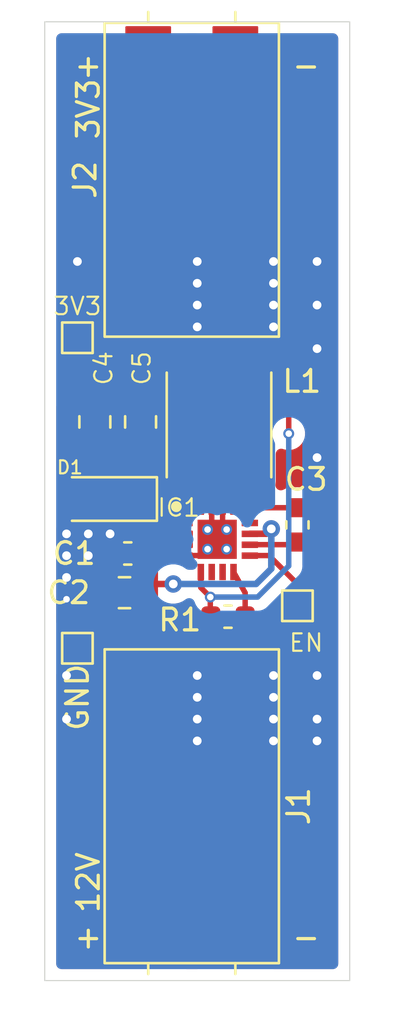
<source format=kicad_pcb>
(kicad_pcb (version 20171130) (host pcbnew "(5.1.4)-1")

  (general
    (thickness 1.6)
    (drawings 10)
    (tracks 122)
    (zones 0)
    (modules 14)
    (nets 11)
  )

  (page A4)
  (layers
    (0 F.Cu signal)
    (31 B.Cu signal)
    (32 B.Adhes user)
    (33 F.Adhes user)
    (34 B.Paste user)
    (35 F.Paste user)
    (36 B.SilkS user)
    (37 F.SilkS user)
    (38 B.Mask user)
    (39 F.Mask user)
    (40 Dwgs.User user)
    (41 Cmts.User user)
    (42 Eco1.User user)
    (43 Eco2.User user)
    (44 Edge.Cuts user)
    (45 Margin user)
    (46 B.CrtYd user)
    (47 F.CrtYd user)
    (48 B.Fab user)
    (49 F.Fab user)
  )

  (setup
    (last_trace_width 1)
    (user_trace_width 0.2)
    (user_trace_width 1)
    (trace_clearance 0.2)
    (zone_clearance 0.5)
    (zone_45_only no)
    (trace_min 0.2)
    (via_size 0.8)
    (via_drill 0.4)
    (via_min_size 0.4)
    (via_min_drill 0.3)
    (user_via 0.5 0.3)
    (uvia_size 0.3)
    (uvia_drill 0.1)
    (uvias_allowed no)
    (uvia_min_size 0.2)
    (uvia_min_drill 0.1)
    (edge_width 0.05)
    (segment_width 0.2)
    (pcb_text_width 0.3)
    (pcb_text_size 1.5 1.5)
    (mod_edge_width 0.12)
    (mod_text_size 1 1)
    (mod_text_width 0.15)
    (pad_size 1.524 1.524)
    (pad_drill 0.762)
    (pad_to_mask_clearance 0.051)
    (solder_mask_min_width 0.25)
    (aux_axis_origin 0 0)
    (visible_elements FFFFFF7F)
    (pcbplotparams
      (layerselection 0x010fc_ffffffff)
      (usegerberextensions false)
      (usegerberattributes false)
      (usegerberadvancedattributes false)
      (creategerberjobfile false)
      (excludeedgelayer true)
      (linewidth 0.100000)
      (plotframeref false)
      (viasonmask false)
      (mode 1)
      (useauxorigin false)
      (hpglpennumber 1)
      (hpglpenspeed 20)
      (hpglpendiameter 15.000000)
      (psnegative false)
      (psa4output false)
      (plotreference true)
      (plotvalue true)
      (plotinvisibletext false)
      (padsonsilk false)
      (subtractmaskfromsilk false)
      (outputformat 1)
      (mirror false)
      (drillshape 1)
      (scaleselection 1)
      (outputdirectory ""))
  )

  (net 0 "")
  (net 1 GND)
  (net 2 +12V)
  (net 3 "Net-(C3-Pad2)")
  (net 4 "Net-(C3-Pad1)")
  (net 5 +3V3)
  (net 6 "Net-(IC1-Pad14)")
  (net 7 "Net-(IC1-Pad6)")
  (net 8 "Net-(IC1-Pad7)")
  (net 9 "Net-(IC1-Pad8)")
  (net 10 "Net-(IC1-Pad9)")

  (net_class Default "This is the default net class."
    (clearance 0.2)
    (trace_width 0.25)
    (via_dia 0.8)
    (via_drill 0.4)
    (uvia_dia 0.3)
    (uvia_drill 0.1)
    (add_net +12V)
    (add_net +3V3)
    (add_net GND)
    (add_net "Net-(C3-Pad1)")
    (add_net "Net-(C3-Pad2)")
    (add_net "Net-(IC1-Pad14)")
    (add_net "Net-(IC1-Pad6)")
    (add_net "Net-(IC1-Pad7)")
    (add_net "Net-(IC1-Pad8)")
    (add_net "Net-(IC1-Pad9)")
  )

  (module JanSquare:QFN50P300X300X100-17N-D (layer F.Cu) (tedit 5E1F5C92) (tstamp 5E1FE6A0)
    (at 135.415 87.25)
    (descr TS30013-M033QFNR)
    (tags "Integrated Circuit")
    (path /5E2028EC)
    (attr smd)
    (fp_text reference IC1 (at -1.765 -1.45) (layer F.SilkS)
      (effects (font (size 0.8 0.8) (thickness 0.1)))
    )
    (fp_text value TS30013-M033QFNR (at 0 0) (layer F.SilkS) hide
      (effects (font (size 1.27 1.27) (thickness 0.254)))
    )
    (fp_text user %R (at 0 0) (layer F.Fab)
      (effects (font (size 1.27 1.27) (thickness 0.254)))
    )
    (fp_line (start -2.125 -2.125) (end 2.125 -2.125) (layer F.CrtYd) (width 0.05))
    (fp_line (start 2.125 -2.125) (end 2.125 2.125) (layer F.CrtYd) (width 0.05))
    (fp_line (start 2.125 2.125) (end -2.125 2.125) (layer F.CrtYd) (width 0.05))
    (fp_line (start -2.125 2.125) (end -2.125 -2.125) (layer F.CrtYd) (width 0.05))
    (fp_line (start -1.5 -1.5) (end 1.5 -1.5) (layer F.Fab) (width 0.1))
    (fp_line (start 1.5 -1.5) (end 1.5 1.5) (layer F.Fab) (width 0.1))
    (fp_line (start 1.5 1.5) (end -1.5 1.5) (layer F.Fab) (width 0.1))
    (fp_line (start -1.5 1.5) (end -1.5 -1.5) (layer F.Fab) (width 0.1))
    (fp_line (start -1.5 -1) (end -1 -1.5) (layer F.Fab) (width 0.1))
    (fp_circle (center -1.875 -1.5) (end -1.875 -1.375) (layer F.SilkS) (width 0.25))
    (pad 1 smd rect (at -1.5 -0.75 90) (size 0.3 0.75) (layers F.Cu F.Paste F.Mask)
      (net 4 "Net-(C3-Pad1)"))
    (pad 2 smd rect (at -1.5 -0.25 90) (size 0.3 0.75) (layers F.Cu F.Paste F.Mask)
      (net 2 +12V))
    (pad 3 smd rect (at -1.5 0.25 90) (size 0.3 0.75) (layers F.Cu F.Paste F.Mask)
      (net 2 +12V))
    (pad 4 smd rect (at -1.5 0.75 90) (size 0.3 0.75) (layers F.Cu F.Paste F.Mask)
      (net 6 "Net-(IC1-Pad14)"))
    (pad 5 smd rect (at -0.75 1.5) (size 0.3 0.75) (layers F.Cu F.Paste F.Mask)
      (net 5 +3V3))
    (pad 6 smd rect (at -0.25 1.5) (size 0.3 0.75) (layers F.Cu F.Paste F.Mask)
      (net 7 "Net-(IC1-Pad6)"))
    (pad 7 smd rect (at 0.25 1.5) (size 0.3 0.75) (layers F.Cu F.Paste F.Mask)
      (net 8 "Net-(IC1-Pad7)"))
    (pad 8 smd rect (at 0.75 1.5) (size 0.3 0.75) (layers F.Cu F.Paste F.Mask)
      (net 9 "Net-(IC1-Pad8)"))
    (pad 9 smd rect (at 1.5 0.75 90) (size 0.3 0.75) (layers F.Cu F.Paste F.Mask)
      (net 10 "Net-(IC1-Pad9)"))
    (pad 10 smd rect (at 1.5 0.25 90) (size 0.3 0.75) (layers F.Cu F.Paste F.Mask)
      (net 3 "Net-(C3-Pad2)"))
    (pad 11 smd rect (at 1.5 -0.25 90) (size 0.3 0.75) (layers F.Cu F.Paste F.Mask)
      (net 2 +12V))
    (pad 12 smd rect (at 1.5 -0.75 90) (size 0.3 0.75) (layers F.Cu F.Paste F.Mask)
      (net 4 "Net-(C3-Pad1)"))
    (pad 13 smd rect (at 0.75 -1.5) (size 0.3 0.75) (layers F.Cu F.Paste F.Mask)
      (net 4 "Net-(C3-Pad1)"))
    (pad 14 smd rect (at 0.25 -1.5) (size 0.3 0.75) (layers F.Cu F.Paste F.Mask)
      (net 6 "Net-(IC1-Pad14)"))
    (pad 15 smd rect (at -0.25 -1.5) (size 0.3 0.75) (layers F.Cu F.Paste F.Mask)
      (net 6 "Net-(IC1-Pad14)"))
    (pad 16 smd rect (at -0.75 -1.5) (size 0.3 0.75) (layers F.Cu F.Paste F.Mask)
      (net 4 "Net-(C3-Pad1)"))
    (pad 17 smd rect (at 0 0) (size 1.8 1.8) (layers F.Cu F.Paste F.Mask)
      (net 6 "Net-(IC1-Pad14)"))
    (model C:/Users/marlo/Documents/GitHub/KiCAD-Libs/JanSquare.pretty/3Dmodels/TS30013-M033QFNR.step
      (at (xyz 0 0 0))
      (scale (xyz 1 1 1))
      (rotate (xyz 0 0 0))
    )
  )

  (module TestPoint:TestPoint_Pad_1.0x1.0mm (layer F.Cu) (tedit 5A0F774F) (tstamp 5E1FB409)
    (at 139.1 90.3)
    (descr "SMD rectangular pad as test Point, square 1.0mm side length")
    (tags "test point SMD pad rectangle square")
    (path /5E2234AD)
    (attr virtual)
    (fp_text reference EN (at 0.4 1.7) (layer F.SilkS)
      (effects (font (size 0.8 0.8) (thickness 0.1)))
    )
    (fp_text value TestPoint (at 0 1.55) (layer F.Fab)
      (effects (font (size 1 1) (thickness 0.15)))
    )
    (fp_line (start 1 1) (end -1 1) (layer F.CrtYd) (width 0.05))
    (fp_line (start 1 1) (end 1 -1) (layer F.CrtYd) (width 0.05))
    (fp_line (start -1 -1) (end -1 1) (layer F.CrtYd) (width 0.05))
    (fp_line (start -1 -1) (end 1 -1) (layer F.CrtYd) (width 0.05))
    (fp_line (start -0.7 0.7) (end -0.7 -0.7) (layer F.SilkS) (width 0.12))
    (fp_line (start 0.7 0.7) (end -0.7 0.7) (layer F.SilkS) (width 0.12))
    (fp_line (start 0.7 -0.7) (end 0.7 0.7) (layer F.SilkS) (width 0.12))
    (fp_line (start -0.7 -0.7) (end 0.7 -0.7) (layer F.SilkS) (width 0.12))
    (fp_text user %R (at 0 -1.45) (layer F.Fab)
      (effects (font (size 1 1) (thickness 0.15)))
    )
    (pad 1 smd rect (at 0 0) (size 1 1) (layers F.Cu F.Mask)
      (net 10 "Net-(IC1-Pad9)"))
  )

  (module TestPoint:TestPoint_Pad_1.0x1.0mm (layer F.Cu) (tedit 5A0F774F) (tstamp 5E1FD0DA)
    (at 129 78)
    (descr "SMD rectangular pad as test Point, square 1.0mm side length")
    (tags "test point SMD pad rectangle square")
    (path /5E22A43D)
    (attr virtual)
    (fp_text reference 3V3 (at 0 -1.448) (layer F.SilkS)
      (effects (font (size 0.8 0.8) (thickness 0.1)))
    )
    (fp_text value TestPoint (at 0 1.55) (layer F.Fab)
      (effects (font (size 1 1) (thickness 0.15)))
    )
    (fp_line (start 1 1) (end -1 1) (layer F.CrtYd) (width 0.05))
    (fp_line (start 1 1) (end 1 -1) (layer F.CrtYd) (width 0.05))
    (fp_line (start -1 -1) (end -1 1) (layer F.CrtYd) (width 0.05))
    (fp_line (start -1 -1) (end 1 -1) (layer F.CrtYd) (width 0.05))
    (fp_line (start -0.7 0.7) (end -0.7 -0.7) (layer F.SilkS) (width 0.12))
    (fp_line (start 0.7 0.7) (end -0.7 0.7) (layer F.SilkS) (width 0.12))
    (fp_line (start 0.7 -0.7) (end 0.7 0.7) (layer F.SilkS) (width 0.12))
    (fp_line (start -0.7 -0.7) (end 0.7 -0.7) (layer F.SilkS) (width 0.12))
    (fp_text user %R (at 0 -1.45) (layer F.Fab)
      (effects (font (size 1 1) (thickness 0.15)))
    )
    (pad 1 smd rect (at 0 0) (size 1 1) (layers F.Cu F.Mask)
      (net 5 +3V3))
  )

  (module TestPoint:TestPoint_Pad_1.0x1.0mm (layer F.Cu) (tedit 5A0F774F) (tstamp 5E1FD0CC)
    (at 129 92.25)
    (descr "SMD rectangular pad as test Point, square 1.0mm side length")
    (tags "test point SMD pad rectangle square")
    (path /5E22BB14)
    (attr virtual)
    (fp_text reference GND (at 0 2.25 90) (layer F.SilkS)
      (effects (font (size 1 1) (thickness 0.15)))
    )
    (fp_text value TestPoint (at 0 1.55) (layer F.Fab)
      (effects (font (size 1 1) (thickness 0.15)))
    )
    (fp_line (start 1 1) (end -1 1) (layer F.CrtYd) (width 0.05))
    (fp_line (start 1 1) (end 1 -1) (layer F.CrtYd) (width 0.05))
    (fp_line (start -1 -1) (end -1 1) (layer F.CrtYd) (width 0.05))
    (fp_line (start -1 -1) (end 1 -1) (layer F.CrtYd) (width 0.05))
    (fp_line (start -0.7 0.7) (end -0.7 -0.7) (layer F.SilkS) (width 0.12))
    (fp_line (start 0.7 0.7) (end -0.7 0.7) (layer F.SilkS) (width 0.12))
    (fp_line (start 0.7 -0.7) (end 0.7 0.7) (layer F.SilkS) (width 0.12))
    (fp_line (start -0.7 -0.7) (end 0.7 -0.7) (layer F.SilkS) (width 0.12))
    (fp_text user %R (at 0 -1.45) (layer F.Fab)
      (effects (font (size 1 1) (thickness 0.15)))
    )
    (pad 1 smd rect (at 0 0) (size 1 1) (layers F.Cu F.Mask)
      (net 1 GND))
  )

  (module JanSquare:WAGO_2060-452-998-404 (layer F.Cu) (tedit 5DF579C2) (tstamp 5E1FDE0E)
    (at 134.25 70.75 270)
    (path /5E22D820)
    (attr smd)
    (fp_text reference J2 (at 0 4.9 90) (layer F.SilkS)
      (effects (font (size 1 1) (thickness 0.15)))
    )
    (fp_text value Screw_Terminal_01x02 (at 0 -5.8 90) (layer F.Fab) hide
      (effects (font (size 1 1) (thickness 0.15)))
    )
    (fp_line (start 7.2 4) (end -7.2 4) (layer F.SilkS) (width 0.12))
    (fp_poly (pts (xy 3.7 1.2) (xy 6.8 1.2) (xy 6.8 2.8) (xy 3.7 2.8)) (layer F.Paste) (width 0.1))
    (fp_poly (pts (xy 6.8 -2.8) (xy 3.7 -2.8) (xy 3.7 -1.2) (xy 6.8 -1.2)) (layer F.Paste) (width 0.1))
    (fp_poly (pts (xy -6.8 1.2) (xy -6.8 2.8) (xy -1.2 2.8) (xy -1.2 1.2)) (layer F.Paste) (width 0.1))
    (fp_poly (pts (xy -6.8 -2.8) (xy -1.2 -2.8) (xy -1.2 -1.2) (xy -6.8 -1.2)) (layer F.Paste) (width 0.1))
    (fp_poly (pts (xy 7 -3) (xy 3.5 -3) (xy 3.5 -1) (xy 7 -1)) (layer F.Mask) (width 0.1))
    (fp_poly (pts (xy -7 1) (xy -7 3) (xy -1 3) (xy -1 1)) (layer F.Mask) (width 0.1))
    (fp_poly (pts (xy 3.5 1) (xy 7 1) (xy 7 3) (xy 3.5 3)) (layer F.Mask) (width 0.1))
    (fp_poly (pts (xy -7 -1) (xy -7 -3) (xy -1 -3) (xy -1 -1)) (layer F.Mask) (width 0.1))
    (fp_poly (pts (xy 3.5 1.25) (xy -1 1.25) (xy -1 2.75) (xy 3.5 2.75)) (layer F.Cu) (width 0.1))
    (fp_poly (pts (xy 3.5 -1.25) (xy -1 -1.25) (xy -1 -2.75) (xy 3.5 -2.75)) (layer F.Cu) (width 0.1))
    (fp_line (start -7.2 2) (end -7.7 2) (layer F.SilkS) (width 0.12))
    (fp_line (start -7.2 -2) (end -7.7 -2) (layer F.SilkS) (width 0.12))
    (fp_line (start -7.2 4) (end -7.2 -4) (layer F.SilkS) (width 0.12))
    (fp_line (start 7.2 -4) (end -7.2 -4) (layer F.SilkS) (width 0.12))
    (fp_line (start 7.2 -4) (end 7.2 4) (layer F.SilkS) (width 0.12))
    (fp_poly (pts (xy 3.5 1) (xy 7 1) (xy 7 3) (xy 3.5 3)) (layer F.Cu) (width 0.1))
    (fp_poly (pts (xy 7 -3) (xy 3.5 -3) (xy 3.5 -1) (xy 7 -1)) (layer F.Cu) (width 0.1))
    (fp_poly (pts (xy -7 -1) (xy -7 -3) (xy -1 -3) (xy -1 -1)) (layer F.Cu) (width 0.1))
    (fp_poly (pts (xy -7 1) (xy -7 3) (xy -1 3) (xy -1 1)) (layer F.Cu) (width 0.1))
    (pad 2 smd circle (at 5.25 2 270) (size 1.524 1.524) (layers F.Cu F.Paste F.Mask)
      (net 5 +3V3))
    (pad 1 smd circle (at 5.25 -2 270) (size 1.524 1.524) (layers F.Cu F.Paste F.Mask)
      (net 1 GND))
    (model ${KIPRJMOD}/3D-Modells/2060-452_998-404.stp
      (offset (xyz -6.5 -4 0))
      (scale (xyz 1 1 1))
      (rotate (xyz -90 0 180))
    )
  )

  (module JanSquare:WAGO_2060-452-998-404 (layer F.Cu) (tedit 5DF579C2) (tstamp 5E1FD05C)
    (at 134.25 99.5 90)
    (path /5E22CA8A)
    (attr smd)
    (fp_text reference J1 (at 0 4.9 90) (layer F.SilkS)
      (effects (font (size 1 1) (thickness 0.15)))
    )
    (fp_text value Screw_Terminal_01x02 (at 0 -5.8 90) (layer F.Fab) hide
      (effects (font (size 1 1) (thickness 0.15)))
    )
    (fp_line (start 7.2 4) (end -7.2 4) (layer F.SilkS) (width 0.12))
    (fp_poly (pts (xy 3.7 1.2) (xy 6.8 1.2) (xy 6.8 2.8) (xy 3.7 2.8)) (layer F.Paste) (width 0.1))
    (fp_poly (pts (xy 6.8 -2.8) (xy 3.7 -2.8) (xy 3.7 -1.2) (xy 6.8 -1.2)) (layer F.Paste) (width 0.1))
    (fp_poly (pts (xy -6.8 1.2) (xy -6.8 2.8) (xy -1.2 2.8) (xy -1.2 1.2)) (layer F.Paste) (width 0.1))
    (fp_poly (pts (xy -6.8 -2.8) (xy -1.2 -2.8) (xy -1.2 -1.2) (xy -6.8 -1.2)) (layer F.Paste) (width 0.1))
    (fp_poly (pts (xy 7 -3) (xy 3.5 -3) (xy 3.5 -1) (xy 7 -1)) (layer F.Mask) (width 0.1))
    (fp_poly (pts (xy -7 1) (xy -7 3) (xy -1 3) (xy -1 1)) (layer F.Mask) (width 0.1))
    (fp_poly (pts (xy 3.5 1) (xy 7 1) (xy 7 3) (xy 3.5 3)) (layer F.Mask) (width 0.1))
    (fp_poly (pts (xy -7 -1) (xy -7 -3) (xy -1 -3) (xy -1 -1)) (layer F.Mask) (width 0.1))
    (fp_poly (pts (xy 3.5 1.25) (xy -1 1.25) (xy -1 2.75) (xy 3.5 2.75)) (layer F.Cu) (width 0.1))
    (fp_poly (pts (xy 3.5 -1.25) (xy -1 -1.25) (xy -1 -2.75) (xy 3.5 -2.75)) (layer F.Cu) (width 0.1))
    (fp_line (start -7.2 2) (end -7.7 2) (layer F.SilkS) (width 0.12))
    (fp_line (start -7.2 -2) (end -7.7 -2) (layer F.SilkS) (width 0.12))
    (fp_line (start -7.2 4) (end -7.2 -4) (layer F.SilkS) (width 0.12))
    (fp_line (start 7.2 -4) (end -7.2 -4) (layer F.SilkS) (width 0.12))
    (fp_line (start 7.2 -4) (end 7.2 4) (layer F.SilkS) (width 0.12))
    (fp_poly (pts (xy 3.5 1) (xy 7 1) (xy 7 3) (xy 3.5 3)) (layer F.Cu) (width 0.1))
    (fp_poly (pts (xy 7 -3) (xy 3.5 -3) (xy 3.5 -1) (xy 7 -1)) (layer F.Cu) (width 0.1))
    (fp_poly (pts (xy -7 -1) (xy -7 -3) (xy -1 -3) (xy -1 -1)) (layer F.Cu) (width 0.1))
    (fp_poly (pts (xy -7 1) (xy -7 3) (xy -1 3) (xy -1 1)) (layer F.Cu) (width 0.1))
    (pad 2 smd circle (at 5.25 2 90) (size 1.524 1.524) (layers F.Cu F.Paste F.Mask)
      (net 1 GND))
    (pad 1 smd circle (at 5.25 -2 90) (size 1.524 1.524) (layers F.Cu F.Paste F.Mask)
      (net 2 +12V))
    (model ${KIPRJMOD}/3D-Modells/2060-452_998-404.stp
      (offset (xyz -6.5 -4 0))
      (scale (xyz 1 1 1))
      (rotate (xyz -90 0 180))
    )
  )

  (module Resistor_SMD:R_0603_1608Metric (layer F.Cu) (tedit 5B301BBD) (tstamp 5E1FC0C0)
    (at 135.9125 90.8)
    (descr "Resistor SMD 0603 (1608 Metric), square (rectangular) end terminal, IPC_7351 nominal, (Body size source: http://www.tortai-tech.com/upload/download/2011102023233369053.pdf), generated with kicad-footprint-generator")
    (tags resistor)
    (path /5E220162)
    (attr smd)
    (fp_text reference R1 (at -2.2125 0.15) (layer F.SilkS)
      (effects (font (size 1 1) (thickness 0.15)))
    )
    (fp_text value 10k (at 0 1.43) (layer F.Fab)
      (effects (font (size 1 1) (thickness 0.15)))
    )
    (fp_text user %R (at 0 0) (layer F.Fab)
      (effects (font (size 0.4 0.4) (thickness 0.06)))
    )
    (fp_line (start 1.48 0.73) (end -1.48 0.73) (layer F.CrtYd) (width 0.05))
    (fp_line (start 1.48 -0.73) (end 1.48 0.73) (layer F.CrtYd) (width 0.05))
    (fp_line (start -1.48 -0.73) (end 1.48 -0.73) (layer F.CrtYd) (width 0.05))
    (fp_line (start -1.48 0.73) (end -1.48 -0.73) (layer F.CrtYd) (width 0.05))
    (fp_line (start -0.162779 0.51) (end 0.162779 0.51) (layer F.SilkS) (width 0.12))
    (fp_line (start -0.162779 -0.51) (end 0.162779 -0.51) (layer F.SilkS) (width 0.12))
    (fp_line (start 0.8 0.4) (end -0.8 0.4) (layer F.Fab) (width 0.1))
    (fp_line (start 0.8 -0.4) (end 0.8 0.4) (layer F.Fab) (width 0.1))
    (fp_line (start -0.8 -0.4) (end 0.8 -0.4) (layer F.Fab) (width 0.1))
    (fp_line (start -0.8 0.4) (end -0.8 -0.4) (layer F.Fab) (width 0.1))
    (pad 2 smd roundrect (at 0.7875 0) (size 0.875 0.95) (layers F.Cu F.Paste F.Mask) (roundrect_rratio 0.25)
      (net 9 "Net-(IC1-Pad8)"))
    (pad 1 smd roundrect (at -0.7875 0) (size 0.875 0.95) (layers F.Cu F.Paste F.Mask) (roundrect_rratio 0.25)
      (net 5 +3V3))
    (model ${KISYS3DMOD}/Resistor_SMD.3dshapes/R_0603_1608Metric.wrl
      (at (xyz 0 0 0))
      (scale (xyz 1 1 1))
      (rotate (xyz 0 0 0))
    )
  )

  (module JanSquare:L_BOURNS_4828A (layer F.Cu) (tedit 5E1F61D4) (tstamp 5E1FB3EA)
    (at 135.5 82)
    (path /5E2187CC)
    (fp_text reference L1 (at 3.8 -2) (layer F.SilkS)
      (effects (font (size 1 1) (thickness 0.15)))
    )
    (fp_text value 4.7uH (at 0 -0.5) (layer F.Fab)
      (effects (font (size 1 1) (thickness 0.15)))
    )
    (fp_line (start 2.4 -2.4) (end 2.4 2.4) (layer F.SilkS) (width 0.12))
    (fp_line (start -2.4 -2.4) (end -2.4 2.4) (layer F.SilkS) (width 0.12))
    (pad 2 smd rect (at 0 1.6) (size 4.2 2) (layers F.Cu F.Paste F.Mask)
      (net 4 "Net-(C3-Pad1)"))
    (pad 1 smd rect (at 0 -1.6) (size 4.2 2) (layers F.Cu F.Paste F.Mask)
      (net 5 +3V3))
  )

  (module Diode_SMD:D_SOD-123 (layer F.Cu) (tedit 58645DC7) (tstamp 5E1FB3C2)
    (at 130.4 85.4 180)
    (descr SOD-123)
    (tags SOD-123)
    (path /5E21DB0C)
    (attr smd)
    (fp_text reference D1 (at 1.75 1.45 180) (layer F.SilkS)
      (effects (font (size 0.6 0.6) (thickness 0.1)))
    )
    (fp_text value D_Schottky (at 0 2.1) (layer F.Fab)
      (effects (font (size 1 1) (thickness 0.15)))
    )
    (fp_line (start -2.25 -1) (end 1.65 -1) (layer F.SilkS) (width 0.12))
    (fp_line (start -2.25 1) (end 1.65 1) (layer F.SilkS) (width 0.12))
    (fp_line (start -2.35 -1.15) (end -2.35 1.15) (layer F.CrtYd) (width 0.05))
    (fp_line (start 2.35 1.15) (end -2.35 1.15) (layer F.CrtYd) (width 0.05))
    (fp_line (start 2.35 -1.15) (end 2.35 1.15) (layer F.CrtYd) (width 0.05))
    (fp_line (start -2.35 -1.15) (end 2.35 -1.15) (layer F.CrtYd) (width 0.05))
    (fp_line (start -1.4 -0.9) (end 1.4 -0.9) (layer F.Fab) (width 0.1))
    (fp_line (start 1.4 -0.9) (end 1.4 0.9) (layer F.Fab) (width 0.1))
    (fp_line (start 1.4 0.9) (end -1.4 0.9) (layer F.Fab) (width 0.1))
    (fp_line (start -1.4 0.9) (end -1.4 -0.9) (layer F.Fab) (width 0.1))
    (fp_line (start -0.75 0) (end -0.35 0) (layer F.Fab) (width 0.1))
    (fp_line (start -0.35 0) (end -0.35 -0.55) (layer F.Fab) (width 0.1))
    (fp_line (start -0.35 0) (end -0.35 0.55) (layer F.Fab) (width 0.1))
    (fp_line (start -0.35 0) (end 0.25 -0.4) (layer F.Fab) (width 0.1))
    (fp_line (start 0.25 -0.4) (end 0.25 0.4) (layer F.Fab) (width 0.1))
    (fp_line (start 0.25 0.4) (end -0.35 0) (layer F.Fab) (width 0.1))
    (fp_line (start 0.25 0) (end 0.75 0) (layer F.Fab) (width 0.1))
    (fp_line (start -2.25 -1) (end -2.25 1) (layer F.SilkS) (width 0.12))
    (fp_text user %R (at 0 -2) (layer F.Fab)
      (effects (font (size 1 1) (thickness 0.15)))
    )
    (pad 2 smd rect (at 1.65 0 180) (size 0.9 1.2) (layers F.Cu F.Paste F.Mask)
      (net 1 GND))
    (pad 1 smd rect (at -1.65 0 180) (size 0.9 1.2) (layers F.Cu F.Paste F.Mask)
      (net 4 "Net-(C3-Pad1)"))
    (model ${KISYS3DMOD}/Diode_SMD.3dshapes/D_SOD-123.wrl
      (at (xyz 0 0 0))
      (scale (xyz 1 1 1))
      (rotate (xyz 0 0 0))
    )
  )

  (module Capacitor_SMD:C_0805_2012Metric (layer F.Cu) (tedit 5B36C52B) (tstamp 5E1FB3A9)
    (at 131.9 81.8625 270)
    (descr "Capacitor SMD 0805 (2012 Metric), square (rectangular) end terminal, IPC_7351 nominal, (Body size source: https://docs.google.com/spreadsheets/d/1BsfQQcO9C6DZCsRaXUlFlo91Tg2WpOkGARC1WS5S8t0/edit?usp=sharing), generated with kicad-footprint-generator")
    (tags capacitor)
    (path /5E20E692)
    (attr smd)
    (fp_text reference C5 (at -2.4625 -0.05 90) (layer F.SilkS)
      (effects (font (size 0.8 0.8) (thickness 0.1)))
    )
    (fp_text value "22uF 10V" (at 0 1.65 90) (layer F.Fab)
      (effects (font (size 1 1) (thickness 0.15)))
    )
    (fp_text user %R (at 0 0 90) (layer F.Fab)
      (effects (font (size 0.5 0.5) (thickness 0.08)))
    )
    (fp_line (start 1.68 0.95) (end -1.68 0.95) (layer F.CrtYd) (width 0.05))
    (fp_line (start 1.68 -0.95) (end 1.68 0.95) (layer F.CrtYd) (width 0.05))
    (fp_line (start -1.68 -0.95) (end 1.68 -0.95) (layer F.CrtYd) (width 0.05))
    (fp_line (start -1.68 0.95) (end -1.68 -0.95) (layer F.CrtYd) (width 0.05))
    (fp_line (start -0.258578 0.71) (end 0.258578 0.71) (layer F.SilkS) (width 0.12))
    (fp_line (start -0.258578 -0.71) (end 0.258578 -0.71) (layer F.SilkS) (width 0.12))
    (fp_line (start 1 0.6) (end -1 0.6) (layer F.Fab) (width 0.1))
    (fp_line (start 1 -0.6) (end 1 0.6) (layer F.Fab) (width 0.1))
    (fp_line (start -1 -0.6) (end 1 -0.6) (layer F.Fab) (width 0.1))
    (fp_line (start -1 0.6) (end -1 -0.6) (layer F.Fab) (width 0.1))
    (pad 2 smd roundrect (at 0.9375 0 270) (size 0.975 1.4) (layers F.Cu F.Paste F.Mask) (roundrect_rratio 0.25)
      (net 1 GND))
    (pad 1 smd roundrect (at -0.9375 0 270) (size 0.975 1.4) (layers F.Cu F.Paste F.Mask) (roundrect_rratio 0.25)
      (net 5 +3V3))
    (model ${KISYS3DMOD}/Capacitor_SMD.3dshapes/C_0805_2012Metric.wrl
      (at (xyz 0 0 0))
      (scale (xyz 1 1 1))
      (rotate (xyz 0 0 0))
    )
  )

  (module Capacitor_SMD:C_0805_2012Metric (layer F.Cu) (tedit 5B36C52B) (tstamp 5E1FB398)
    (at 129.8 81.8625 270)
    (descr "Capacitor SMD 0805 (2012 Metric), square (rectangular) end terminal, IPC_7351 nominal, (Body size source: https://docs.google.com/spreadsheets/d/1BsfQQcO9C6DZCsRaXUlFlo91Tg2WpOkGARC1WS5S8t0/edit?usp=sharing), generated with kicad-footprint-generator")
    (tags capacitor)
    (path /5E20F2CD)
    (attr smd)
    (fp_text reference C4 (at -2.4625 -0.4 90) (layer F.SilkS)
      (effects (font (size 0.8 0.8) (thickness 0.1)))
    )
    (fp_text value "22uF 10V" (at 0 1.65 90) (layer F.Fab)
      (effects (font (size 1 1) (thickness 0.15)))
    )
    (fp_text user %R (at 0 0 90) (layer F.Fab)
      (effects (font (size 0.5 0.5) (thickness 0.08)))
    )
    (fp_line (start 1.68 0.95) (end -1.68 0.95) (layer F.CrtYd) (width 0.05))
    (fp_line (start 1.68 -0.95) (end 1.68 0.95) (layer F.CrtYd) (width 0.05))
    (fp_line (start -1.68 -0.95) (end 1.68 -0.95) (layer F.CrtYd) (width 0.05))
    (fp_line (start -1.68 0.95) (end -1.68 -0.95) (layer F.CrtYd) (width 0.05))
    (fp_line (start -0.258578 0.71) (end 0.258578 0.71) (layer F.SilkS) (width 0.12))
    (fp_line (start -0.258578 -0.71) (end 0.258578 -0.71) (layer F.SilkS) (width 0.12))
    (fp_line (start 1 0.6) (end -1 0.6) (layer F.Fab) (width 0.1))
    (fp_line (start 1 -0.6) (end 1 0.6) (layer F.Fab) (width 0.1))
    (fp_line (start -1 -0.6) (end 1 -0.6) (layer F.Fab) (width 0.1))
    (fp_line (start -1 0.6) (end -1 -0.6) (layer F.Fab) (width 0.1))
    (pad 2 smd roundrect (at 0.9375 0 270) (size 0.975 1.4) (layers F.Cu F.Paste F.Mask) (roundrect_rratio 0.25)
      (net 1 GND))
    (pad 1 smd roundrect (at -0.9375 0 270) (size 0.975 1.4) (layers F.Cu F.Paste F.Mask) (roundrect_rratio 0.25)
      (net 5 +3V3))
    (model ${KISYS3DMOD}/Capacitor_SMD.3dshapes/C_0805_2012Metric.wrl
      (at (xyz 0 0 0))
      (scale (xyz 1 1 1))
      (rotate (xyz 0 0 0))
    )
  )

  (module Capacitor_SMD:C_0603_1608Metric (layer F.Cu) (tedit 5B301BBE) (tstamp 5E1FB387)
    (at 139.1 86.5875 270)
    (descr "Capacitor SMD 0603 (1608 Metric), square (rectangular) end terminal, IPC_7351 nominal, (Body size source: http://www.tortai-tech.com/upload/download/2011102023233369053.pdf), generated with kicad-footprint-generator")
    (tags capacitor)
    (path /5E20BC72)
    (attr smd)
    (fp_text reference C3 (at -2.0875 -0.4 180) (layer F.SilkS)
      (effects (font (size 1 1) (thickness 0.15)))
    )
    (fp_text value "100nF 50V" (at 0 1.43 90) (layer F.Fab)
      (effects (font (size 1 1) (thickness 0.15)))
    )
    (fp_text user %R (at 0 0 90) (layer F.Fab)
      (effects (font (size 0.4 0.4) (thickness 0.06)))
    )
    (fp_line (start 1.48 0.73) (end -1.48 0.73) (layer F.CrtYd) (width 0.05))
    (fp_line (start 1.48 -0.73) (end 1.48 0.73) (layer F.CrtYd) (width 0.05))
    (fp_line (start -1.48 -0.73) (end 1.48 -0.73) (layer F.CrtYd) (width 0.05))
    (fp_line (start -1.48 0.73) (end -1.48 -0.73) (layer F.CrtYd) (width 0.05))
    (fp_line (start -0.162779 0.51) (end 0.162779 0.51) (layer F.SilkS) (width 0.12))
    (fp_line (start -0.162779 -0.51) (end 0.162779 -0.51) (layer F.SilkS) (width 0.12))
    (fp_line (start 0.8 0.4) (end -0.8 0.4) (layer F.Fab) (width 0.1))
    (fp_line (start 0.8 -0.4) (end 0.8 0.4) (layer F.Fab) (width 0.1))
    (fp_line (start -0.8 -0.4) (end 0.8 -0.4) (layer F.Fab) (width 0.1))
    (fp_line (start -0.8 0.4) (end -0.8 -0.4) (layer F.Fab) (width 0.1))
    (pad 2 smd roundrect (at 0.7875 0 270) (size 0.875 0.95) (layers F.Cu F.Paste F.Mask) (roundrect_rratio 0.25)
      (net 3 "Net-(C3-Pad2)"))
    (pad 1 smd roundrect (at -0.7875 0 270) (size 0.875 0.95) (layers F.Cu F.Paste F.Mask) (roundrect_rratio 0.25)
      (net 4 "Net-(C3-Pad1)"))
    (model ${KISYS3DMOD}/Capacitor_SMD.3dshapes/C_0603_1608Metric.wrl
      (at (xyz 0 0 0))
      (scale (xyz 1 1 1))
      (rotate (xyz 0 0 0))
    )
  )

  (module Capacitor_SMD:C_0805_2012Metric (layer F.Cu) (tedit 5B36C52B) (tstamp 5E1FB376)
    (at 131.1625 89.7 180)
    (descr "Capacitor SMD 0805 (2012 Metric), square (rectangular) end terminal, IPC_7351 nominal, (Body size source: https://docs.google.com/spreadsheets/d/1BsfQQcO9C6DZCsRaXUlFlo91Tg2WpOkGARC1WS5S8t0/edit?usp=sharing), generated with kicad-footprint-generator")
    (tags capacitor)
    (path /5E209882)
    (attr smd)
    (fp_text reference C2 (at 2.5625 0) (layer F.SilkS)
      (effects (font (size 1 1) (thickness 0.15)))
    )
    (fp_text value "10uF 35V" (at 0 1.65) (layer F.Fab)
      (effects (font (size 1 1) (thickness 0.15)))
    )
    (fp_text user %R (at 0 0) (layer F.Fab)
      (effects (font (size 0.5 0.5) (thickness 0.08)))
    )
    (fp_line (start 1.68 0.95) (end -1.68 0.95) (layer F.CrtYd) (width 0.05))
    (fp_line (start 1.68 -0.95) (end 1.68 0.95) (layer F.CrtYd) (width 0.05))
    (fp_line (start -1.68 -0.95) (end 1.68 -0.95) (layer F.CrtYd) (width 0.05))
    (fp_line (start -1.68 0.95) (end -1.68 -0.95) (layer F.CrtYd) (width 0.05))
    (fp_line (start -0.258578 0.71) (end 0.258578 0.71) (layer F.SilkS) (width 0.12))
    (fp_line (start -0.258578 -0.71) (end 0.258578 -0.71) (layer F.SilkS) (width 0.12))
    (fp_line (start 1 0.6) (end -1 0.6) (layer F.Fab) (width 0.1))
    (fp_line (start 1 -0.6) (end 1 0.6) (layer F.Fab) (width 0.1))
    (fp_line (start -1 -0.6) (end 1 -0.6) (layer F.Fab) (width 0.1))
    (fp_line (start -1 0.6) (end -1 -0.6) (layer F.Fab) (width 0.1))
    (pad 2 smd roundrect (at 0.9375 0 180) (size 0.975 1.4) (layers F.Cu F.Paste F.Mask) (roundrect_rratio 0.25)
      (net 1 GND))
    (pad 1 smd roundrect (at -0.9375 0 180) (size 0.975 1.4) (layers F.Cu F.Paste F.Mask) (roundrect_rratio 0.25)
      (net 2 +12V))
    (model ${KISYS3DMOD}/Capacitor_SMD.3dshapes/C_0805_2012Metric.wrl
      (at (xyz 0 0 0))
      (scale (xyz 1 1 1))
      (rotate (xyz 0 0 0))
    )
  )

  (module Capacitor_SMD:C_0603_1608Metric (layer F.Cu) (tedit 5B301BBE) (tstamp 5E1FB365)
    (at 131.3125 87.9 180)
    (descr "Capacitor SMD 0603 (1608 Metric), square (rectangular) end terminal, IPC_7351 nominal, (Body size source: http://www.tortai-tech.com/upload/download/2011102023233369053.pdf), generated with kicad-footprint-generator")
    (tags capacitor)
    (path /5E20A2F0)
    (attr smd)
    (fp_text reference C1 (at 2.4625 0) (layer F.SilkS)
      (effects (font (size 1 1) (thickness 0.15)))
    )
    (fp_text value "100nF 50V" (at 0 1.43) (layer F.Fab)
      (effects (font (size 1 1) (thickness 0.15)))
    )
    (fp_text user %R (at 0 0) (layer F.Fab)
      (effects (font (size 0.4 0.4) (thickness 0.06)))
    )
    (fp_line (start 1.48 0.73) (end -1.48 0.73) (layer F.CrtYd) (width 0.05))
    (fp_line (start 1.48 -0.73) (end 1.48 0.73) (layer F.CrtYd) (width 0.05))
    (fp_line (start -1.48 -0.73) (end 1.48 -0.73) (layer F.CrtYd) (width 0.05))
    (fp_line (start -1.48 0.73) (end -1.48 -0.73) (layer F.CrtYd) (width 0.05))
    (fp_line (start -0.162779 0.51) (end 0.162779 0.51) (layer F.SilkS) (width 0.12))
    (fp_line (start -0.162779 -0.51) (end 0.162779 -0.51) (layer F.SilkS) (width 0.12))
    (fp_line (start 0.8 0.4) (end -0.8 0.4) (layer F.Fab) (width 0.1))
    (fp_line (start 0.8 -0.4) (end 0.8 0.4) (layer F.Fab) (width 0.1))
    (fp_line (start -0.8 -0.4) (end 0.8 -0.4) (layer F.Fab) (width 0.1))
    (fp_line (start -0.8 0.4) (end -0.8 -0.4) (layer F.Fab) (width 0.1))
    (pad 2 smd roundrect (at 0.7875 0 180) (size 0.875 0.95) (layers F.Cu F.Paste F.Mask) (roundrect_rratio 0.25)
      (net 1 GND))
    (pad 1 smd roundrect (at -0.7875 0 180) (size 0.875 0.95) (layers F.Cu F.Paste F.Mask) (roundrect_rratio 0.25)
      (net 2 +12V))
    (model ${KISYS3DMOD}/Capacitor_SMD.3dshapes/C_0603_1608Metric.wrl
      (at (xyz 0 0 0))
      (scale (xyz 1 1 1))
      (rotate (xyz 0 0 0))
    )
  )

  (gr_text - (at 139.5 105.5) (layer F.SilkS)
    (effects (font (size 1 1) (thickness 0.15)))
  )
  (gr_text + (at 129.5 105.5) (layer F.SilkS)
    (effects (font (size 1 1) (thickness 0.15)))
  )
  (gr_text 12V (at 129.5 103 90) (layer F.SilkS)
    (effects (font (size 1 1) (thickness 0.15)))
  )
  (gr_text 3V3 (at 129.5 67.5 90) (layer F.SilkS)
    (effects (font (size 1 1) (thickness 0.15)))
  )
  (gr_text + (at 129.5 65.5) (layer F.SilkS)
    (effects (font (size 1 1) (thickness 0.15)))
  )
  (gr_text - (at 139.5 65.5) (layer F.SilkS)
    (effects (font (size 1 1) (thickness 0.15)))
  )
  (gr_line (start 127.5 107.5) (end 127.5 63.5) (layer Edge.Cuts) (width 0.05) (tstamp 5E1FE351))
  (gr_line (start 141.5 107.5) (end 127.5 107.5) (layer Edge.Cuts) (width 0.05))
  (gr_line (start 141.5 63.5) (end 141.5 107.5) (layer Edge.Cuts) (width 0.05))
  (gr_line (start 127.5 63.5) (end 141.5 63.5) (layer Edge.Cuts) (width 0.05))

  (via (at 134.5 93.5) (size 0.8) (drill 0.4) (layers F.Cu B.Cu) (net 1))
  (via (at 134.5 94.5) (size 0.8) (drill 0.4) (layers F.Cu B.Cu) (net 1))
  (via (at 134.5 95.5) (size 0.8) (drill 0.4) (layers F.Cu B.Cu) (net 1))
  (via (at 134.5 74.5) (size 0.8) (drill 0.4) (layers F.Cu B.Cu) (net 1))
  (via (at 129 74.5) (size 0.8) (drill 0.4) (layers F.Cu B.Cu) (net 1))
  (via (at 140 74.5) (size 0.8) (drill 0.4) (layers F.Cu B.Cu) (net 1))
  (via (at 140 83.5) (size 0.8) (drill 0.4) (layers F.Cu B.Cu) (net 1))
  (via (at 140 76.5) (size 0.8) (drill 0.4) (layers F.Cu B.Cu) (net 1))
  (via (at 140 78.5) (size 0.8) (drill 0.4) (layers F.Cu B.Cu) (net 1))
  (via (at 140 96.5) (size 0.8) (drill 0.4) (layers F.Cu B.Cu) (net 1))
  (via (at 140 93.5) (size 0.8) (drill 0.4) (layers F.Cu B.Cu) (net 1))
  (via (at 140 95.5) (size 0.8) (drill 0.4) (layers F.Cu B.Cu) (net 1))
  (via (at 128.5 93.5) (size 0.8) (drill 0.4) (layers F.Cu B.Cu) (net 1))
  (via (at 128.5 90) (size 0.5) (drill 0.3) (layers F.Cu B.Cu) (net 1))
  (via (at 128.5 89) (size 0.8) (drill 0.4) (layers F.Cu B.Cu) (net 1))
  (via (at 128.5 88) (size 0.8) (drill 0.4) (layers F.Cu B.Cu) (net 1))
  (via (at 128.5 87) (size 0.8) (drill 0.4) (layers F.Cu B.Cu) (net 1))
  (via (at 129.5 87) (size 0.8) (drill 0.4) (layers F.Cu B.Cu) (net 1))
  (via (at 129.5 88) (size 0.8) (drill 0.4) (layers F.Cu B.Cu) (net 1))
  (via (at 130.5 87) (size 0.8) (drill 0.4) (layers F.Cu B.Cu) (net 1))
  (via (at 128.5 95.5) (size 0.8) (drill 0.4) (layers F.Cu B.Cu) (net 1))
  (via (at 134.5 75.5) (size 0.8) (drill 0.4) (layers F.Cu B.Cu) (net 1))
  (via (at 134.5 76.5) (size 0.8) (drill 0.4) (layers F.Cu B.Cu) (net 1))
  (via (at 134.5 77.5) (size 0.8) (drill 0.4) (layers F.Cu B.Cu) (net 1))
  (via (at 138 74.5) (size 0.8) (drill 0.4) (layers F.Cu B.Cu) (net 1))
  (via (at 138 75.5) (size 0.8) (drill 0.4) (layers F.Cu B.Cu) (net 1))
  (via (at 138 76.5) (size 0.8) (drill 0.4) (layers F.Cu B.Cu) (net 1))
  (via (at 138 77.5) (size 0.8) (drill 0.4) (layers F.Cu B.Cu) (net 1))
  (via (at 134.5 96.5) (size 0.8) (drill 0.4) (layers F.Cu B.Cu) (net 1))
  (via (at 138 96.5) (size 0.8) (drill 0.4) (layers F.Cu B.Cu) (net 1))
  (via (at 138 95.5) (size 0.8) (drill 0.4) (layers F.Cu B.Cu) (net 1))
  (via (at 138 94.5) (size 0.8) (drill 0.4) (layers F.Cu B.Cu) (net 1))
  (via (at 138 93.5) (size 0.8) (drill 0.4) (layers F.Cu B.Cu) (net 1))
  (segment (start 135.75 75.5) (end 136.25 76) (width 1) (layer F.Cu) (net 1))
  (segment (start 134.5 75.5) (end 135.75 75.5) (width 1) (layer F.Cu) (net 1))
  (segment (start 135.75 76.5) (end 136.25 76) (width 1) (layer F.Cu) (net 1))
  (segment (start 134.5 76.5) (end 135.75 76.5) (width 1) (layer F.Cu) (net 1))
  (segment (start 134.5 77.5) (end 135 77) (width 1) (layer F.Cu) (net 1))
  (segment (start 134.5 74.5) (end 135 75) (width 1) (layer F.Cu) (net 1))
  (segment (start 137.5 75) (end 138 74.5) (width 1) (layer F.Cu) (net 1))
  (segment (start 135 75) (end 137.5 75) (width 1) (layer F.Cu) (net 1))
  (segment (start 138 75.5) (end 137.5 75.5) (width 1) (layer F.Cu) (net 1))
  (segment (start 137.5 76) (end 138 76.5) (width 1) (layer F.Cu) (net 1))
  (segment (start 137.5 75.5) (end 137.5 76) (width 1) (layer F.Cu) (net 1))
  (segment (start 134.5 77.5) (end 135.5 78.5) (width 1) (layer F.Cu) (net 1))
  (segment (start 135.5 78.5) (end 137 78.5) (width 1) (layer F.Cu) (net 1))
  (segment (start 137 78.5) (end 138 77.5) (width 1) (layer F.Cu) (net 1))
  (segment (start 138 77.5) (end 137.5 77) (width 1) (layer F.Cu) (net 1))
  (segment (start 137.5 77) (end 136.5 78) (width 1) (layer F.Cu) (net 1))
  (segment (start 136.5 78) (end 135.5 78) (width 1) (layer F.Cu) (net 1))
  (segment (start 134.5 93.5) (end 138 93.5) (width 1) (layer F.Cu) (net 1))
  (segment (start 134.5 94.5) (end 138 94.5) (width 1) (layer F.Cu) (net 1))
  (segment (start 134.5 95.5) (end 138 95.5) (width 1) (layer F.Cu) (net 1))
  (segment (start 134.5 96.5) (end 138 96.5) (width 1) (layer F.Cu) (net 1))
  (via (at 134.975 86.8) (size 0.5) (drill 0.3) (layers F.Cu B.Cu) (net 6))
  (via (at 135.85 86.8) (size 0.5) (drill 0.3) (layers F.Cu B.Cu) (net 6))
  (via (at 135.85 87.7) (size 0.5) (drill 0.3) (layers F.Cu B.Cu) (net 6))
  (via (at 137.9 86.77) (size 0.8) (drill 0.4) (layers F.Cu B.Cu) (net 2))
  (segment (start 136.915 86.995) (end 137.675 86.995) (width 0.3) (layer F.Cu) (net 2))
  (segment (start 137.675 86.995) (end 137.9 86.77) (width 0.3) (layer F.Cu) (net 2))
  (segment (start 137.9 86.77) (end 137.9 88.6) (width 0.3) (layer B.Cu) (net 2))
  (via (at 133.4 89.3) (size 0.8) (drill 0.4) (layers F.Cu B.Cu) (net 2))
  (segment (start 137.9 88.6) (end 137.2 89.3) (width 0.3) (layer B.Cu) (net 2))
  (segment (start 137.2 89.3) (end 133.4 89.3) (width 0.3) (layer B.Cu) (net 2))
  (segment (start 133.4 89.3) (end 132.6 89.3) (width 0.3) (layer F.Cu) (net 2))
  (segment (start 132.1 94.1) (end 132.25 94.25) (width 1) (layer F.Cu) (net 2))
  (segment (start 132.1 89.7) (end 132.1 94.1) (width 1) (layer F.Cu) (net 2))
  (segment (start 138.98 87.495) (end 139.1 87.375) (width 0.25) (layer F.Cu) (net 3))
  (segment (start 136.915 87.495) (end 138.98 87.495) (width 0.25) (layer F.Cu) (net 3))
  (segment (start 136.165 84.265) (end 135.5 83.6) (width 0.3) (layer F.Cu) (net 4))
  (segment (start 136.165 85.745) (end 136.165 84.265) (width 0.3) (layer F.Cu) (net 4))
  (segment (start 136.915 86.045) (end 136.915 86.495) (width 0.3) (layer F.Cu) (net 4))
  (segment (start 136.165 85.745) (end 136.615 85.745) (width 0.3) (layer F.Cu) (net 4))
  (segment (start 133.915 86.045) (end 133.915 86.495) (width 0.3) (layer F.Cu) (net 4))
  (segment (start 134.215 85.745) (end 133.915 86.045) (width 0.3) (layer F.Cu) (net 4))
  (segment (start 134.665 85.745) (end 134.215 85.745) (width 0.3) (layer F.Cu) (net 4))
  (segment (start 134.665 84.435) (end 134.665 85.745) (width 0.3) (layer F.Cu) (net 4))
  (segment (start 135.5 83.6) (end 134.665 84.435) (width 0.3) (layer F.Cu) (net 4))
  (segment (start 137.16 85.8) (end 139.1 85.8) (width 0.25) (layer F.Cu) (net 4))
  (segment (start 136.915 86.045) (end 137.16 85.8) (width 0.25) (layer F.Cu) (net 4))
  (segment (start 136.8 85.8) (end 136.735 85.865) (width 0.25) (layer F.Cu) (net 4))
  (segment (start 137.16 85.8) (end 136.8 85.8) (width 0.25) (layer F.Cu) (net 4))
  (segment (start 136.615 85.745) (end 136.735 85.865) (width 0.3) (layer F.Cu) (net 4))
  (segment (start 136.735 85.865) (end 136.915 86.045) (width 0.3) (layer F.Cu) (net 4))
  (segment (start 133.145 85.745) (end 134.215 85.745) (width 0.3) (layer F.Cu) (net 4))
  (segment (start 132.8 85.4) (end 133.145 85.745) (width 0.3) (layer F.Cu) (net 4))
  (segment (start 132.05 85.4) (end 132.8 85.4) (width 0.3) (layer F.Cu) (net 4))
  (via (at 135.1 89.9) (size 0.5) (drill 0.3) (layers F.Cu B.Cu) (net 5))
  (segment (start 134.665 88.745) (end 134.665 89.465) (width 0.25) (layer F.Cu) (net 5))
  (segment (start 134.665 89.465) (end 135.1 89.9) (width 0.25) (layer F.Cu) (net 5))
  (via (at 138.7 82.4) (size 0.5) (drill 0.3) (layers F.Cu B.Cu) (net 5))
  (segment (start 138.7 88.471765) (end 138.7 82.4) (width 0.25) (layer B.Cu) (net 5))
  (segment (start 135.1 89.9) (end 137.271765 89.9) (width 0.25) (layer B.Cu) (net 5))
  (segment (start 137.271765 89.9) (end 138.7 88.471765) (width 0.25) (layer B.Cu) (net 5))
  (segment (start 138.7 82.4) (end 138.7 81.4) (width 0.25) (layer F.Cu) (net 5))
  (segment (start 135.1 90.775) (end 135.125 90.8) (width 0.25) (layer F.Cu) (net 5))
  (segment (start 135.1 89.9) (end 135.1 90.775) (width 0.25) (layer F.Cu) (net 5))
  (segment (start 132.25 80.575) (end 131.9 80.925) (width 1) (layer F.Cu) (net 5))
  (segment (start 132.25 76) (end 132.25 80.575) (width 1) (layer F.Cu) (net 5))
  (segment (start 132.25 77.15) (end 135.5 80.4) (width 1) (layer F.Cu) (net 5))
  (segment (start 132.25 76) (end 132.25 77.15) (width 1) (layer F.Cu) (net 5))
  (segment (start 132.25 76) (end 132.25 78.5) (width 1) (layer F.Cu) (net 5))
  (segment (start 132.25 78.5) (end 133.25 79.5) (width 1) (layer F.Cu) (net 5))
  (segment (start 129 80.125) (end 129.8 80.925) (width 1) (layer F.Cu) (net 5))
  (segment (start 129 78) (end 129 80.125) (width 1) (layer F.Cu) (net 5))
  (segment (start 131.488001 76.761999) (end 131.488001 80.238001) (width 1) (layer F.Cu) (net 5))
  (segment (start 132.25 76) (end 131.488001 76.761999) (width 1) (layer F.Cu) (net 5))
  (segment (start 134.665 87.995) (end 134.955 87.705) (width 0.25) (layer F.Cu) (net 6))
  (segment (start 133.915 87.995) (end 134.665 87.995) (width 0.25) (layer F.Cu) (net 6))
  (segment (start 134.955 87.705) (end 135.415 87.245) (width 0.25) (layer F.Cu) (net 6) (tstamp 5E1FC4B7))
  (via (at 134.975 87.7) (size 0.5) (drill 0.3) (layers F.Cu B.Cu) (net 6))
  (segment (start 135.665 85.745) (end 135.665 86.335) (width 0.25) (layer F.Cu) (net 6))
  (segment (start 135.165 85.745) (end 135.165 86.315) (width 0.25) (layer F.Cu) (net 6))
  (segment (start 135.665 87) (end 135.415 87.25) (width 0.25) (layer F.Cu) (net 6))
  (segment (start 135.665 85.75) (end 135.665 87) (width 0.25) (layer F.Cu) (net 6))
  (segment (start 135.165 87) (end 135.415 87.25) (width 0.25) (layer F.Cu) (net 6))
  (segment (start 135.165 85.75) (end 135.165 87) (width 0.25) (layer F.Cu) (net 6))
  (segment (start 136.7 89.705) (end 136.7 90.8) (width 0.25) (layer F.Cu) (net 9))
  (segment (start 136.165 88.745) (end 136.7 89.705) (width 0.25) (layer F.Cu) (net 9))
  (segment (start 139.1 89.3) (end 139.1 90.3) (width 0.25) (layer F.Cu) (net 10))
  (segment (start 137.795 87.995) (end 139.1 89.3) (width 0.25) (layer F.Cu) (net 10))
  (segment (start 136.915 87.995) (end 137.795 87.995) (width 0.25) (layer F.Cu) (net 10))

  (zone (net 1) (net_name GND) (layer F.Cu) (tstamp 0) (hatch full 0.508)
    (connect_pads yes (clearance 0))
    (min_thickness 0.1)
    (fill yes (arc_segments 32) (thermal_gap 0) (thermal_bridge_width 0.6))
    (polygon
      (pts
        (xy 130.8 90.8) (xy 130.8 83.7) (xy 132.6 83.7) (xy 132.7 83.6) (xy 132.7 82.3)
        (xy 132.6 82.2) (xy 128.1 82.2) (xy 128.1 90.8)
      )
    )
    (filled_polygon
      (pts
        (xy 132.65 82.32071) (xy 132.65 83.57929) (xy 132.57929 83.65) (xy 130.8 83.65) (xy 130.790245 83.650961)
        (xy 130.780866 83.653806) (xy 130.772221 83.658427) (xy 130.764645 83.664645) (xy 130.758427 83.672221) (xy 130.753806 83.680866)
        (xy 130.750961 83.690245) (xy 130.75 83.7) (xy 130.75 90.75) (xy 128.15 90.75) (xy 128.15 82.25)
        (xy 132.57929 82.25)
      )
    )
  )
  (zone (net 5) (net_name +3V3) (layer F.Cu) (tstamp 0) (hatch full 0.508)
    (connect_pads yes (clearance 0))
    (min_thickness 0.1)
    (fill yes (arc_segments 32) (thermal_gap 0) (thermal_bridge_width 0.6))
    (polygon
      (pts
        (xy 129 81.5) (xy 129.1 81.6) (xy 138.9 81.55) (xy 137.9 79.2) (xy 133.2 79.2)
        (xy 132.2 80.2) (xy 129.2 80.2) (xy 129 80.4)
      )
    )
    (filled_polygon
      (pts
        (xy 135.5 79.253627) (xy 135.536828 79.25) (xy 136.963173 79.25) (xy 137 79.253627) (xy 137.036827 79.25)
        (xy 137.866938 79.25) (xy 138.278409 80.216958) (xy 138.787013 81.500577) (xy 129.120605 81.549895) (xy 129.05 81.47929)
        (xy 129.05 80.42071) (xy 129.22071 80.25) (xy 132.2 80.25) (xy 132.209755 80.249039) (xy 132.219134 80.246194)
        (xy 132.227779 80.241573) (xy 132.235355 80.235355) (xy 133.22071 79.25) (xy 135.463172 79.25)
      )
    )
  )
  (zone (net 2) (net_name +12V) (layer F.Cu) (tstamp 0) (hatch full 0.508)
    (connect_pads yes (clearance 0))
    (min_thickness 0.1)
    (fill yes (arc_segments 32) (thermal_gap 0) (thermal_bridge_width 0.6))
    (polygon
      (pts
        (xy 132.7 90.8) (xy 132.7 88.2) (xy 133.2 87.7) (xy 134.3 87.7) (xy 134.3 86.8)
        (xy 133.4 86.8) (xy 132.9 86.8) (xy 132.5 87.2) (xy 131.6 87.2) (xy 131.6 90.8)
      )
    )
    (filled_polygon
      (pts
        (xy 133.400436 86.858873) (xy 133.443866 86.882087) (xy 133.490992 86.896382) (xy 133.54 86.901209) (xy 134.25 86.901209)
        (xy 134.25 87.598791) (xy 133.54 87.598791) (xy 133.490992 87.603618) (xy 133.443866 87.617913) (xy 133.400436 87.641127)
        (xy 133.389624 87.65) (xy 133.2 87.65) (xy 133.190245 87.650961) (xy 133.180866 87.653806) (xy 133.172221 87.658427)
        (xy 133.164645 87.664645) (xy 132.664645 88.164645) (xy 132.658427 88.172221) (xy 132.653806 88.180866) (xy 132.650961 88.190245)
        (xy 132.65 88.2) (xy 132.65 90.75) (xy 131.65 90.75) (xy 131.65 87.25) (xy 132.5 87.25)
        (xy 132.509755 87.249039) (xy 132.519134 87.246194) (xy 132.527779 87.241573) (xy 132.535355 87.235355) (xy 132.92071 86.85)
        (xy 133.389624 86.85)
      )
    )
  )
  (zone (net 1) (net_name GND) (layer B.Cu) (tstamp 0) (hatch full 0.508)
    (connect_pads (clearance 0.5))
    (min_thickness 0.5)
    (fill yes (arc_segments 32) (thermal_gap 0.5) (thermal_bridge_width 0.6))
    (polygon
      (pts
        (xy 127 62.5) (xy 143 63) (xy 142.5 108) (xy 127 108.5)
      )
    )
    (filled_polygon
      (pts
        (xy 140.725001 106.725) (xy 128.275 106.725) (xy 128.275 89.186735) (xy 132.25 89.186735) (xy 132.25 89.413265)
        (xy 132.294194 89.635443) (xy 132.380884 89.844729) (xy 132.506737 90.033082) (xy 132.666918 90.193263) (xy 132.855271 90.319116)
        (xy 133.064557 90.405806) (xy 133.286735 90.45) (xy 133.513265 90.45) (xy 133.735443 90.405806) (xy 133.944729 90.319116)
        (xy 134.122999 90.2) (xy 134.141872 90.2) (xy 134.213811 90.373678) (xy 134.323249 90.537463) (xy 134.462537 90.676751)
        (xy 134.626322 90.786189) (xy 134.808311 90.861571) (xy 135.001509 90.9) (xy 135.198491 90.9) (xy 135.391689 90.861571)
        (xy 135.573678 90.786189) (xy 135.590423 90.775) (xy 137.228786 90.775) (xy 137.271765 90.779233) (xy 137.314744 90.775)
        (xy 137.443295 90.762339) (xy 137.608233 90.712305) (xy 137.760241 90.631056) (xy 137.893477 90.521712) (xy 137.920882 90.488319)
        (xy 139.28832 89.120881) (xy 139.321712 89.093477) (xy 139.431056 88.960241) (xy 139.512305 88.808233) (xy 139.557112 88.660525)
        (xy 139.562339 88.643296) (xy 139.579233 88.471766) (xy 139.575 88.428787) (xy 139.575 82.890423) (xy 139.586189 82.873678)
        (xy 139.661571 82.691689) (xy 139.7 82.498491) (xy 139.7 82.301509) (xy 139.661571 82.108311) (xy 139.586189 81.926322)
        (xy 139.476751 81.762537) (xy 139.337463 81.623249) (xy 139.173678 81.513811) (xy 138.991689 81.438429) (xy 138.798491 81.4)
        (xy 138.601509 81.4) (xy 138.408311 81.438429) (xy 138.226322 81.513811) (xy 138.062537 81.623249) (xy 137.923249 81.762537)
        (xy 137.813811 81.926322) (xy 137.738429 82.108311) (xy 137.7 82.301509) (xy 137.7 82.498491) (xy 137.738429 82.691689)
        (xy 137.813811 82.873678) (xy 137.825001 82.890425) (xy 137.825 85.62) (xy 137.786735 85.62) (xy 137.564557 85.664194)
        (xy 137.355271 85.750884) (xy 137.166918 85.876737) (xy 137.006737 86.036918) (xy 136.880884 86.225271) (xy 136.794194 86.434557)
        (xy 136.78992 86.456042) (xy 136.736189 86.326322) (xy 136.626751 86.162537) (xy 136.487463 86.023249) (xy 136.323678 85.913811)
        (xy 136.141689 85.838429) (xy 135.948491 85.8) (xy 135.751509 85.8) (xy 135.558311 85.838429) (xy 135.4125 85.898826)
        (xy 135.266689 85.838429) (xy 135.073491 85.8) (xy 134.876509 85.8) (xy 134.683311 85.838429) (xy 134.501322 85.913811)
        (xy 134.337537 86.023249) (xy 134.198249 86.162537) (xy 134.088811 86.326322) (xy 134.013429 86.508311) (xy 133.975 86.701509)
        (xy 133.975 86.898491) (xy 134.013429 87.091689) (xy 134.079003 87.25) (xy 134.013429 87.408311) (xy 133.975 87.601509)
        (xy 133.975 87.798491) (xy 134.013429 87.991689) (xy 134.088811 88.173678) (xy 134.198249 88.337463) (xy 134.260786 88.4)
        (xy 134.122999 88.4) (xy 133.944729 88.280884) (xy 133.735443 88.194194) (xy 133.513265 88.15) (xy 133.286735 88.15)
        (xy 133.064557 88.194194) (xy 132.855271 88.280884) (xy 132.666918 88.406737) (xy 132.506737 88.566918) (xy 132.380884 88.755271)
        (xy 132.294194 88.964557) (xy 132.25 89.186735) (xy 128.275 89.186735) (xy 128.275 64.275) (xy 140.725 64.275)
      )
    )
  )
  (zone (net 1) (net_name GND) (layer F.Cu) (tstamp 0) (hatch full 0.508)
    (connect_pads (clearance 0.5))
    (min_thickness 0.5)
    (fill yes (arc_segments 32) (thermal_gap 0.5) (thermal_bridge_width 0.6))
    (polygon
      (pts
        (xy 125.5 63) (xy 143 63) (xy 144.5 109.5) (xy 126.5 108)
      )
    )
    (filled_polygon
      (pts
        (xy 140.725001 106.725) (xy 138.013906 106.725) (xy 138.032518 106.666329) (xy 138.032831 106.663541) (xy 138.03366 106.660862)
        (xy 138.041532 106.585964) (xy 138.049922 106.51117) (xy 138.04996 106.505789) (xy 138.049981 106.505585) (xy 138.049962 106.505381)
        (xy 138.05 106.5) (xy 138.05 100.5) (xy 138.042659 100.425132) (xy 138.03583 100.350095) (xy 138.035037 100.347402)
        (xy 138.034764 100.344613) (xy 138.013008 100.272552) (xy 137.991747 100.200315) (xy 137.990448 100.19783) (xy 137.989637 100.195144)
        (xy 137.954281 100.128649) (xy 137.919411 100.061949) (xy 137.917654 100.059763) (xy 137.916337 100.057287) (xy 137.868757 99.998948)
        (xy 137.821578 99.940269) (xy 137.819429 99.938466) (xy 137.817657 99.936293) (xy 137.8 99.921686) (xy 137.8 96.579402)
        (xy 137.809731 96.571578) (xy 137.811534 96.569429) (xy 137.813707 96.567657) (xy 137.861659 96.509693) (xy 137.910091 96.451974)
        (xy 137.911444 96.449513) (xy 137.91323 96.447354) (xy 137.949026 96.381151) (xy 137.985308 96.315154) (xy 137.986156 96.312481)
        (xy 137.987491 96.310012) (xy 138.009761 96.238068) (xy 138.032518 96.166329) (xy 138.032831 96.163541) (xy 138.03366 96.160862)
        (xy 138.041532 96.085964) (xy 138.049922 96.01117) (xy 138.04996 96.005789) (xy 138.049981 96.005585) (xy 138.049962 96.005381)
        (xy 138.05 96) (xy 138.05 92.5) (xy 138.042659 92.425132) (xy 138.03583 92.350095) (xy 138.035037 92.347402)
        (xy 138.034764 92.344613) (xy 138.013008 92.272552) (xy 137.991747 92.200315) (xy 137.990448 92.19783) (xy 137.989637 92.195144)
        (xy 137.954281 92.128649) (xy 137.919411 92.061949) (xy 137.917654 92.059763) (xy 137.916337 92.057287) (xy 137.868757 91.998948)
        (xy 137.821578 91.940269) (xy 137.819429 91.938466) (xy 137.817657 91.936293) (xy 137.759693 91.888341) (xy 137.701974 91.839909)
        (xy 137.699513 91.838556) (xy 137.697354 91.83677) (xy 137.631151 91.800974) (xy 137.574583 91.769875) (xy 137.606325 91.743825)
        (xy 137.727253 91.596474) (xy 137.81711 91.428363) (xy 137.872444 91.245952) (xy 137.891128 91.05625) (xy 137.891128 91.046828)
        (xy 137.903739 91.088401) (xy 137.973381 91.218693) (xy 138.067105 91.332895) (xy 138.181307 91.426619) (xy 138.311599 91.496261)
        (xy 138.452974 91.539147) (xy 138.6 91.553628) (xy 139.6 91.553628) (xy 139.747026 91.539147) (xy 139.888401 91.496261)
        (xy 140.018693 91.426619) (xy 140.132895 91.332895) (xy 140.226619 91.218693) (xy 140.296261 91.088401) (xy 140.339147 90.947026)
        (xy 140.353628 90.8) (xy 140.353628 89.8) (xy 140.339147 89.652974) (xy 140.296261 89.511599) (xy 140.226619 89.381307)
        (xy 140.132895 89.267105) (xy 140.018693 89.173381) (xy 139.963877 89.144081) (xy 139.962339 89.12847) (xy 139.912305 88.963532)
        (xy 139.880286 88.903628) (xy 139.831056 88.811524) (xy 139.721712 88.678288) (xy 139.688326 88.650889) (xy 139.57582 88.538383)
        (xy 139.728363 88.49211) (xy 139.896474 88.402253) (xy 140.043825 88.281325) (xy 140.164753 88.133974) (xy 140.25461 87.965863)
        (xy 140.309944 87.783452) (xy 140.328628 87.59375) (xy 140.328628 87.15625) (xy 140.309944 86.966548) (xy 140.25461 86.784137)
        (xy 140.164753 86.616026) (xy 140.141342 86.5875) (xy 140.164753 86.558974) (xy 140.25461 86.390863) (xy 140.309944 86.208452)
        (xy 140.328628 86.01875) (xy 140.328628 85.58125) (xy 140.309944 85.391548) (xy 140.25461 85.209137) (xy 140.164753 85.041026)
        (xy 140.043825 84.893675) (xy 139.896474 84.772747) (xy 139.728363 84.68289) (xy 139.545952 84.627556) (xy 139.35625 84.608872)
        (xy 138.84375 84.608872) (xy 138.654048 84.627556) (xy 138.471637 84.68289) (xy 138.336728 84.755) (xy 138.339147 84.747026)
        (xy 138.353628 84.6) (xy 138.353628 83.338921) (xy 138.408311 83.361571) (xy 138.601509 83.4) (xy 138.798491 83.4)
        (xy 138.991689 83.361571) (xy 139.173678 83.286189) (xy 139.337463 83.176751) (xy 139.476751 83.037463) (xy 139.586189 82.873678)
        (xy 139.661571 82.691689) (xy 139.7 82.498491) (xy 139.7 82.301509) (xy 139.661571 82.108311) (xy 139.586189 81.926322)
        (xy 139.575 81.909577) (xy 139.575 81.357021) (xy 139.562339 81.22847) (xy 139.512305 81.063532) (xy 139.431056 80.911524)
        (xy 139.321712 80.778288) (xy 139.188476 80.668944) (xy 139.13915 80.642579) (xy 138.431523 78.905676) (xy 138.407867 78.861107)
        (xy 138.376777 78.823223) (xy 138.338893 78.792133) (xy 138.295671 78.76903) (xy 138.248773 78.754804) (xy 138.2 78.75)
        (xy 137.97495 78.75) (xy 137.888401 78.703739) (xy 137.747026 78.660853) (xy 137.6 78.646372) (xy 135.514139 78.646372)
        (xy 135.417767 78.55) (xy 137.25 78.55) (xy 137.324868 78.542659) (xy 137.399905 78.53583) (xy 137.402598 78.535037)
        (xy 137.405387 78.534764) (xy 137.477448 78.513008) (xy 137.549685 78.491747) (xy 137.55217 78.490448) (xy 137.554856 78.489637)
        (xy 137.621351 78.454281) (xy 137.688051 78.419411) (xy 137.690237 78.417654) (xy 137.692713 78.416337) (xy 137.751052 78.368757)
        (xy 137.809731 78.321578) (xy 137.811534 78.319429) (xy 137.813707 78.317657) (xy 137.861659 78.259693) (xy 137.910091 78.201974)
        (xy 137.911444 78.199513) (xy 137.91323 78.197354) (xy 137.949026 78.131151) (xy 137.985308 78.065154) (xy 137.986156 78.062481)
        (xy 137.987491 78.060012) (xy 138.009761 77.988068) (xy 138.032518 77.916329) (xy 138.032831 77.913541) (xy 138.03366 77.910862)
        (xy 138.041532 77.835964) (xy 138.049922 77.76117) (xy 138.04996 77.755789) (xy 138.049981 77.755585) (xy 138.049962 77.755381)
        (xy 138.05 77.75) (xy 138.05 74.25) (xy 138.042659 74.175132) (xy 138.03583 74.100095) (xy 138.035037 74.097402)
        (xy 138.034764 74.094613) (xy 138.013008 74.022552) (xy 137.991747 73.950315) (xy 137.990448 73.94783) (xy 137.989637 73.945144)
        (xy 137.954281 73.878649) (xy 137.919411 73.811949) (xy 137.917654 73.809763) (xy 137.916337 73.807287) (xy 137.868757 73.748948)
        (xy 137.821578 73.690269) (xy 137.819429 73.688466) (xy 137.817657 73.686293) (xy 137.8 73.671686) (xy 137.8 70.329402)
        (xy 137.809731 70.321578) (xy 137.811534 70.319429) (xy 137.813707 70.317657) (xy 137.861659 70.259693) (xy 137.910091 70.201974)
        (xy 137.911444 70.199513) (xy 137.91323 70.197354) (xy 137.949026 70.131151) (xy 137.985308 70.065154) (xy 137.986156 70.062481)
        (xy 137.987491 70.060012) (xy 138.009761 69.988068) (xy 138.032518 69.916329) (xy 138.032831 69.913541) (xy 138.03366 69.910862)
        (xy 138.041532 69.835964) (xy 138.049922 69.76117) (xy 138.04996 69.755789) (xy 138.049981 69.755585) (xy 138.049962 69.755381)
        (xy 138.05 69.75) (xy 138.05 64.275) (xy 140.725 64.275)
      )
    )
    (filled_polygon
      (pts
        (xy 133.952556 90.354048) (xy 133.933872 90.54375) (xy 133.933872 91.05625) (xy 133.952556 91.245952) (xy 134.00789 91.428363)
        (xy 134.097747 91.596474) (xy 134.218675 91.743825) (xy 134.366026 91.864753) (xy 134.534137 91.95461) (xy 134.641044 91.98704)
        (xy 134.638341 91.990307) (xy 134.589909 92.048026) (xy 134.588556 92.050487) (xy 134.58677 92.052646) (xy 134.550974 92.118849)
        (xy 134.514692 92.184846) (xy 134.513844 92.187519) (xy 134.512509 92.189988) (xy 134.490239 92.261932) (xy 134.467482 92.333671)
        (xy 134.467169 92.336459) (xy 134.46634 92.339138) (xy 134.458468 92.414036) (xy 134.450078 92.48883) (xy 134.45004 92.494211)
        (xy 134.450019 92.494415) (xy 134.450038 92.494619) (xy 134.45 92.5) (xy 134.45 96) (xy 134.457341 96.074868)
        (xy 134.46417 96.149905) (xy 134.464963 96.152598) (xy 134.465236 96.155387) (xy 134.486992 96.227448) (xy 134.508253 96.299685)
        (xy 134.509552 96.30217) (xy 134.510363 96.304856) (xy 134.545719 96.371351) (xy 134.580589 96.438051) (xy 134.582346 96.440237)
        (xy 134.583663 96.442713) (xy 134.631243 96.501052) (xy 134.678422 96.559731) (xy 134.680571 96.561534) (xy 134.682343 96.563707)
        (xy 134.7 96.578314) (xy 134.7 99.920598) (xy 134.690269 99.928422) (xy 134.688466 99.930571) (xy 134.686293 99.932343)
        (xy 134.638341 99.990307) (xy 134.589909 100.048026) (xy 134.588556 100.050487) (xy 134.58677 100.052646) (xy 134.550974 100.118849)
        (xy 134.514692 100.184846) (xy 134.513844 100.187519) (xy 134.512509 100.189988) (xy 134.490239 100.261932) (xy 134.467482 100.333671)
        (xy 134.467169 100.336459) (xy 134.46634 100.339138) (xy 134.458468 100.414036) (xy 134.450078 100.48883) (xy 134.45004 100.494211)
        (xy 134.450019 100.494415) (xy 134.450038 100.494619) (xy 134.45 100.5) (xy 134.45 106.5) (xy 134.457341 106.574868)
        (xy 134.46417 106.649905) (xy 134.464963 106.652598) (xy 134.465236 106.655387) (xy 134.486253 106.725) (xy 134.013906 106.725)
        (xy 134.032518 106.666329) (xy 134.032831 106.663541) (xy 134.03366 106.660862) (xy 134.041532 106.585964) (xy 134.049922 106.51117)
        (xy 134.04996 106.505789) (xy 134.049981 106.505585) (xy 134.049962 106.505381) (xy 134.05 106.5) (xy 134.05 100.5)
        (xy 134.042659 100.425132) (xy 134.03583 100.350095) (xy 134.035037 100.347402) (xy 134.034764 100.344613) (xy 134.013008 100.272552)
        (xy 133.991747 100.200315) (xy 133.990448 100.19783) (xy 133.989637 100.195144) (xy 133.954281 100.128649) (xy 133.919411 100.061949)
        (xy 133.917654 100.059763) (xy 133.916337 100.057287) (xy 133.868757 99.998948) (xy 133.821578 99.940269) (xy 133.819429 99.938466)
        (xy 133.817657 99.936293) (xy 133.8 99.921686) (xy 133.8 96.579402) (xy 133.809731 96.571578) (xy 133.811534 96.569429)
        (xy 133.813707 96.567657) (xy 133.861659 96.509693) (xy 133.910091 96.451974) (xy 133.911444 96.449513) (xy 133.91323 96.447354)
        (xy 133.949026 96.381151) (xy 133.985308 96.315154) (xy 133.986156 96.312481) (xy 133.987491 96.310012) (xy 134.009761 96.238068)
        (xy 134.032518 96.166329) (xy 134.032831 96.163541) (xy 134.03366 96.160862) (xy 134.041532 96.085964) (xy 134.049922 96.01117)
        (xy 134.04996 96.005789) (xy 134.049981 96.005585) (xy 134.049962 96.005381) (xy 134.05 96) (xy 134.05 92.5)
        (xy 134.042659 92.425132) (xy 134.03583 92.350095) (xy 134.035037 92.347402) (xy 134.034764 92.344613) (xy 134.013008 92.272552)
        (xy 133.991747 92.200315) (xy 133.990448 92.19783) (xy 133.989637 92.195144) (xy 133.954281 92.128649) (xy 133.919411 92.061949)
        (xy 133.917654 92.059763) (xy 133.916337 92.057287) (xy 133.868757 91.998948) (xy 133.821578 91.940269) (xy 133.819429 91.938466)
        (xy 133.817657 91.936293) (xy 133.759693 91.888341) (xy 133.701974 91.839909) (xy 133.699513 91.838556) (xy 133.697354 91.83677)
        (xy 133.631151 91.800974) (xy 133.565154 91.764692) (xy 133.562481 91.763844) (xy 133.560012 91.762509) (xy 133.488068 91.740239)
        (xy 133.416329 91.717482) (xy 133.413541 91.717169) (xy 133.410862 91.71634) (xy 133.35 91.709943) (xy 133.35 90.45)
        (xy 133.513265 90.45) (xy 133.735443 90.405806) (xy 133.944729 90.319116) (xy 133.967836 90.303676)
      )
    )
    (filled_polygon
      (pts
        (xy 128.354062 81.246828) (xy 128.365536 81.363329) (xy 128.422293 81.55043) (xy 128.514461 81.722864) (xy 128.564065 81.783307)
        (xy 128.47338 81.893806) (xy 128.403738 82.024099) (xy 128.360852 82.165474) (xy 128.346371 82.3125) (xy 128.35 82.5625)
        (xy 128.5375 82.75) (xy 129.75 82.75) (xy 129.75 82.73) (xy 129.85 82.73) (xy 129.85 82.75)
        (xy 131.85 82.75) (xy 131.85 82.73) (xy 131.95 82.73) (xy 131.95 82.75) (xy 131.97 82.75)
        (xy 131.97 82.85) (xy 131.95 82.85) (xy 131.95 83.85) (xy 132.1375 84.0375) (xy 132.6 84.041129)
        (xy 132.646372 84.036562) (xy 132.646372 84.060789) (xy 132.5 84.046372) (xy 131.6 84.046372) (xy 131.452974 84.060853)
        (xy 131.311599 84.103739) (xy 131.181307 84.173381) (xy 131.067105 84.267105) (xy 130.973381 84.381307) (xy 130.903739 84.511599)
        (xy 130.860853 84.652974) (xy 130.846372 84.8) (xy 130.846372 86) (xy 130.860853 86.147026) (xy 130.903739 86.288401)
        (xy 130.973381 86.418693) (xy 131.067105 86.532895) (xy 131.181307 86.626619) (xy 131.311599 86.696261) (xy 131.452974 86.739147)
        (xy 131.510907 86.744853) (xy 131.509137 86.74539) (xy 131.392555 86.807704) (xy 131.381194 86.79838) (xy 131.250901 86.728738)
        (xy 131.109526 86.685852) (xy 130.9625 86.671371) (xy 130.7625 86.675) (xy 130.575 86.8625) (xy 130.575 87.85)
        (xy 130.595 87.85) (xy 130.595 87.95) (xy 130.575 87.95) (xy 130.575 87.97) (xy 130.475 87.97)
        (xy 130.475 87.95) (xy 129.525 87.95) (xy 129.3375 88.1375) (xy 129.33402 88.365248) (xy 129.318806 88.37338)
        (xy 129.204604 88.467104) (xy 129.11088 88.581306) (xy 129.041238 88.711599) (xy 128.998352 88.852974) (xy 128.983871 89)
        (xy 128.9875 89.4625) (xy 129.175 89.65) (xy 130.175 89.65) (xy 130.175 89.63) (xy 130.275 89.63)
        (xy 130.275 89.65) (xy 130.295 89.65) (xy 130.295 89.75) (xy 130.275 89.75) (xy 130.275 90.9625)
        (xy 130.4625 91.15) (xy 130.7125 91.153629) (xy 130.85 91.140086) (xy 130.85 91.810696) (xy 130.811949 91.830589)
        (xy 130.809763 91.832346) (xy 130.807287 91.833663) (xy 130.748948 91.881243) (xy 130.690269 91.928422) (xy 130.688466 91.930571)
        (xy 130.686293 91.932343) (xy 130.638341 91.990307) (xy 130.589909 92.048026) (xy 130.588556 92.050487) (xy 130.58677 92.052646)
        (xy 130.550974 92.118849) (xy 130.514692 92.184846) (xy 130.513844 92.187519) (xy 130.512509 92.189988) (xy 130.490239 92.261932)
        (xy 130.467482 92.333671) (xy 130.467169 92.336459) (xy 130.46634 92.339138) (xy 130.458468 92.414036) (xy 130.450078 92.48883)
        (xy 130.45004 92.494211) (xy 130.450019 92.494415) (xy 130.450038 92.494619) (xy 130.45 92.5) (xy 130.45 96)
        (xy 130.457341 96.074868) (xy 130.46417 96.149905) (xy 130.464963 96.152598) (xy 130.465236 96.155387) (xy 130.486992 96.227448)
        (xy 130.508253 96.299685) (xy 130.509552 96.30217) (xy 130.510363 96.304856) (xy 130.545719 96.371351) (xy 130.580589 96.438051)
        (xy 130.582346 96.440237) (xy 130.583663 96.442713) (xy 130.631243 96.501052) (xy 130.678422 96.559731) (xy 130.680571 96.561534)
        (xy 130.682343 96.563707) (xy 130.7 96.578314) (xy 130.7 99.920598) (xy 130.690269 99.928422) (xy 130.688466 99.930571)
        (xy 130.686293 99.932343) (xy 130.638341 99.990307) (xy 130.589909 100.048026) (xy 130.588556 100.050487) (xy 130.58677 100.052646)
        (xy 130.550974 100.118849) (xy 130.514692 100.184846) (xy 130.513844 100.187519) (xy 130.512509 100.189988) (xy 130.490239 100.261932)
        (xy 130.467482 100.333671) (xy 130.467169 100.336459) (xy 130.46634 100.339138) (xy 130.458468 100.414036) (xy 130.450078 100.48883)
        (xy 130.45004 100.494211) (xy 130.450019 100.494415) (xy 130.450038 100.494619) (xy 130.45 100.5) (xy 130.45 106.5)
        (xy 130.457341 106.574868) (xy 130.46417 106.649905) (xy 130.464963 106.652598) (xy 130.465236 106.655387) (xy 130.486253 106.725)
        (xy 128.275 106.725) (xy 128.275 93.465495) (xy 128.352974 93.489148) (xy 128.5 93.503629) (xy 128.7625 93.5)
        (xy 128.95 93.3125) (xy 128.95 92.3) (xy 129.05 92.3) (xy 129.05 93.3125) (xy 129.2375 93.5)
        (xy 129.5 93.503629) (xy 129.647026 93.489148) (xy 129.788401 93.446262) (xy 129.918694 93.37662) (xy 130.032896 93.282896)
        (xy 130.12662 93.168694) (xy 130.196262 93.038401) (xy 130.239148 92.897026) (xy 130.253629 92.75) (xy 130.25 92.4875)
        (xy 130.0625 92.3) (xy 129.05 92.3) (xy 128.95 92.3) (xy 128.93 92.3) (xy 128.93 92.2)
        (xy 128.95 92.2) (xy 128.95 91.1875) (xy 128.7625 91) (xy 128.5 90.996371) (xy 128.352974 91.010852)
        (xy 128.275 91.034505) (xy 128.275 90.4) (xy 128.983871 90.4) (xy 128.998352 90.547026) (xy 129.041238 90.688401)
        (xy 129.11088 90.818694) (xy 129.204604 90.932896) (xy 129.28556 90.999336) (xy 129.2375 91) (xy 129.05 91.1875)
        (xy 129.05 92.2) (xy 130.0625 92.2) (xy 130.25 92.0125) (xy 130.253629 91.75) (xy 130.239148 91.602974)
        (xy 130.196262 91.461599) (xy 130.12662 91.331306) (xy 130.032896 91.217104) (xy 129.951762 91.150519) (xy 129.9875 91.15)
        (xy 130.175 90.9625) (xy 130.175 89.75) (xy 129.175 89.75) (xy 128.9875 89.9375) (xy 128.983871 90.4)
        (xy 128.275 90.4) (xy 128.275 87.425) (xy 129.333871 87.425) (xy 129.3375 87.6625) (xy 129.525 87.85)
        (xy 130.475 87.85) (xy 130.475 86.8625) (xy 130.2875 86.675) (xy 130.0875 86.671371) (xy 129.940474 86.685852)
        (xy 129.799099 86.728738) (xy 129.668806 86.79838) (xy 129.554604 86.892104) (xy 129.46088 87.006306) (xy 129.391238 87.136599)
        (xy 129.348352 87.277974) (xy 129.333871 87.425) (xy 128.275 87.425) (xy 128.275 86.751167) (xy 128.3 86.753629)
        (xy 128.5125 86.75) (xy 128.7 86.5625) (xy 128.7 85.45) (xy 128.8 85.45) (xy 128.8 86.5625)
        (xy 128.9875 86.75) (xy 129.2 86.753629) (xy 129.347026 86.739148) (xy 129.488401 86.696262) (xy 129.618694 86.62662)
        (xy 129.732896 86.532896) (xy 129.82662 86.418694) (xy 129.896262 86.288401) (xy 129.939148 86.147026) (xy 129.953629 86)
        (xy 129.95 85.6375) (xy 129.7625 85.45) (xy 128.8 85.45) (xy 128.7 85.45) (xy 128.68 85.45)
        (xy 128.68 85.35) (xy 128.7 85.35) (xy 128.7 84.2375) (xy 128.8 84.2375) (xy 128.8 85.35)
        (xy 129.7625 85.35) (xy 129.95 85.1625) (xy 129.953629 84.8) (xy 129.939148 84.652974) (xy 129.896262 84.511599)
        (xy 129.82662 84.381306) (xy 129.732896 84.267104) (xy 129.618694 84.17338) (xy 129.488401 84.103738) (xy 129.347026 84.060852)
        (xy 129.2 84.046371) (xy 128.9875 84.05) (xy 128.8 84.2375) (xy 128.7 84.2375) (xy 128.5125 84.05)
        (xy 128.3 84.046371) (xy 128.275 84.048833) (xy 128.275 83.2875) (xy 128.346371 83.2875) (xy 128.360852 83.434526)
        (xy 128.403738 83.575901) (xy 128.47338 83.706194) (xy 128.567104 83.820396) (xy 128.681306 83.91412) (xy 128.811599 83.983762)
        (xy 128.952974 84.026648) (xy 129.1 84.041129) (xy 129.5625 84.0375) (xy 129.75 83.85) (xy 129.75 82.85)
        (xy 129.85 82.85) (xy 129.85 83.85) (xy 130.0375 84.0375) (xy 130.5 84.041129) (xy 130.647026 84.026648)
        (xy 130.788401 83.983762) (xy 130.85 83.950837) (xy 130.911599 83.983762) (xy 131.052974 84.026648) (xy 131.2 84.041129)
        (xy 131.6625 84.0375) (xy 131.85 83.85) (xy 131.85 82.85) (xy 129.85 82.85) (xy 129.75 82.85)
        (xy 128.5375 82.85) (xy 128.35 83.0375) (xy 128.346371 83.2875) (xy 128.275 83.2875) (xy 128.275 81.167766)
      )
    )
    (filled_polygon
      (pts
        (xy 134.45 69.75) (xy 134.457341 69.824868) (xy 134.46417 69.899905) (xy 134.464963 69.902598) (xy 134.465236 69.905387)
        (xy 134.486992 69.977448) (xy 134.508253 70.049685) (xy 134.509552 70.05217) (xy 134.510363 70.054856) (xy 134.545719 70.121351)
        (xy 134.580589 70.188051) (xy 134.582346 70.190237) (xy 134.583663 70.192713) (xy 134.631243 70.251052) (xy 134.678422 70.309731)
        (xy 134.680571 70.311534) (xy 134.682343 70.313707) (xy 134.7 70.328314) (xy 134.7 73.670598) (xy 134.690269 73.678422)
        (xy 134.688466 73.680571) (xy 134.686293 73.682343) (xy 134.638341 73.740307) (xy 134.589909 73.798026) (xy 134.588556 73.800487)
        (xy 134.58677 73.802646) (xy 134.550974 73.868849) (xy 134.514692 73.934846) (xy 134.513844 73.937519) (xy 134.512509 73.939988)
        (xy 134.490239 74.011932) (xy 134.467482 74.083671) (xy 134.467169 74.086459) (xy 134.46634 74.089138) (xy 134.458468 74.164036)
        (xy 134.450078 74.23883) (xy 134.45004 74.244211) (xy 134.450019 74.244415) (xy 134.450038 74.244619) (xy 134.45 74.25)
        (xy 134.45 77.582234) (xy 134.05 77.182234) (xy 134.05 74.25) (xy 134.042659 74.175132) (xy 134.03583 74.100095)
        (xy 134.035037 74.097402) (xy 134.034764 74.094613) (xy 134.013008 74.022552) (xy 133.991747 73.950315) (xy 133.990448 73.94783)
        (xy 133.989637 73.945144) (xy 133.954281 73.878649) (xy 133.919411 73.811949) (xy 133.917654 73.809763) (xy 133.916337 73.807287)
        (xy 133.868757 73.748948) (xy 133.821578 73.690269) (xy 133.819429 73.688466) (xy 133.817657 73.686293) (xy 133.8 73.671686)
        (xy 133.8 70.329402) (xy 133.809731 70.321578) (xy 133.811534 70.319429) (xy 133.813707 70.317657) (xy 133.861659 70.259693)
        (xy 133.910091 70.201974) (xy 133.911444 70.199513) (xy 133.91323 70.197354) (xy 133.949026 70.131151) (xy 133.985308 70.065154)
        (xy 133.986156 70.062481) (xy 133.987491 70.060012) (xy 134.009761 69.988068) (xy 134.032518 69.916329) (xy 134.032831 69.913541)
        (xy 134.03366 69.910862) (xy 134.041532 69.835964) (xy 134.049922 69.76117) (xy 134.04996 69.755789) (xy 134.049981 69.755585)
        (xy 134.049962 69.755381) (xy 134.05 69.75) (xy 134.05 64.275) (xy 134.45 64.275)
      )
    )
    (filled_polygon
      (pts
        (xy 130.45 69.75) (xy 130.457341 69.824868) (xy 130.46417 69.899905) (xy 130.464963 69.902598) (xy 130.465236 69.905387)
        (xy 130.486992 69.977448) (xy 130.508253 70.049685) (xy 130.509552 70.05217) (xy 130.510363 70.054856) (xy 130.545719 70.121351)
        (xy 130.580589 70.188051) (xy 130.582346 70.190237) (xy 130.583663 70.192713) (xy 130.631243 70.251052) (xy 130.678422 70.309731)
        (xy 130.680571 70.311534) (xy 130.682343 70.313707) (xy 130.7 70.328314) (xy 130.7 73.670598) (xy 130.690269 73.678422)
        (xy 130.688466 73.680571) (xy 130.686293 73.682343) (xy 130.638341 73.740307) (xy 130.589909 73.798026) (xy 130.588556 73.800487)
        (xy 130.58677 73.802646) (xy 130.550974 73.868849) (xy 130.514692 73.934846) (xy 130.513844 73.937519) (xy 130.512509 73.939988)
        (xy 130.490239 74.011932) (xy 130.467482 74.083671) (xy 130.467169 74.086459) (xy 130.46634 74.089138) (xy 130.458468 74.164036)
        (xy 130.450078 74.23883) (xy 130.45004 74.244211) (xy 130.450019 74.244415) (xy 130.450038 74.244619) (xy 130.45 74.25)
        (xy 130.45 76.056421) (xy 130.443635 76.064177) (xy 130.327564 76.281331) (xy 130.256088 76.516957) (xy 130.238001 76.700595)
        (xy 130.238001 76.700601) (xy 130.231954 76.761999) (xy 130.238001 76.823397) (xy 130.238001 77.349197) (xy 130.196261 77.211599)
        (xy 130.126619 77.081307) (xy 130.032895 76.967105) (xy 129.918693 76.873381) (xy 129.788401 76.803739) (xy 129.647026 76.760853)
        (xy 129.5 76.746372) (xy 129.02457 76.746372) (xy 129 76.743952) (xy 128.97543 76.746372) (xy 128.5 76.746372)
        (xy 128.352974 76.760853) (xy 128.275 76.784506) (xy 128.275 64.275) (xy 130.45 64.275)
      )
    )
  )
  (zone (net 0) (net_name "") (layer F.Cu) (tstamp 0) (hatch full 0.508)
    (connect_pads (clearance 0.5))
    (min_thickness 0.5)
    (keepout (tracks not_allowed) (vias not_allowed) (copperpour not_allowed))
    (fill (arc_segments 32) (thermal_gap 0.5) (thermal_bridge_width 0.6))
    (polygon
      (pts
        (xy 137.85 79) (xy 138.2 79) (xy 139.3 81.7) (xy 138.9 81.65)
      )
    )
  )
)

</source>
